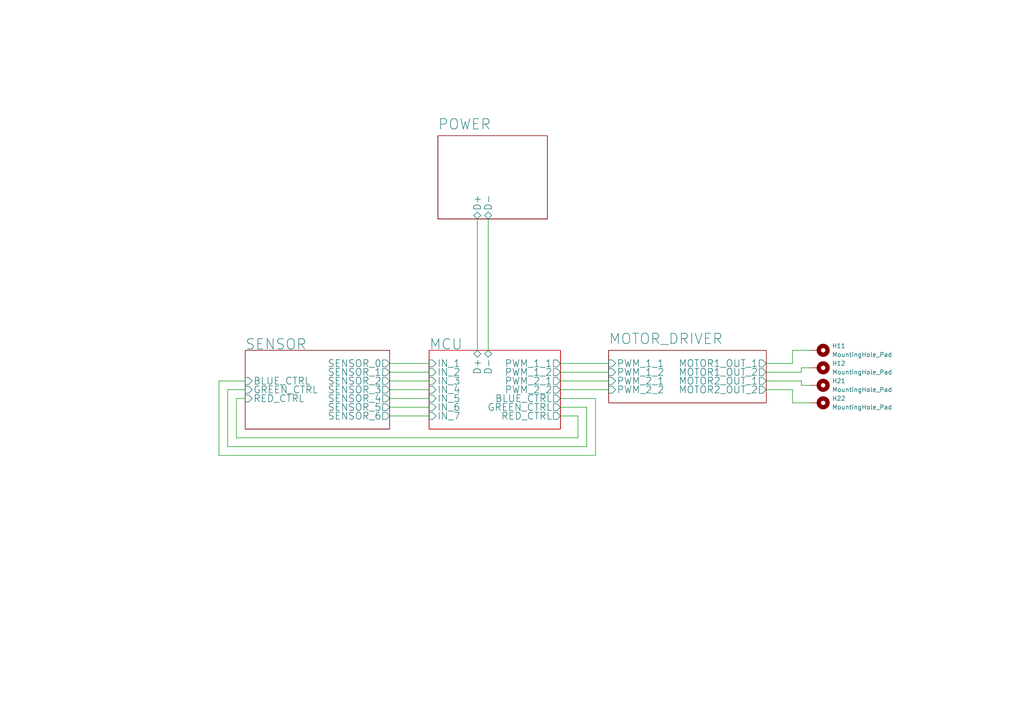
<source format=kicad_sch>
(kicad_sch (version 20230121) (generator eeschema)
  (paper "A4")
  (title_block (title "MARV") (date "2023-12-02") (rev "00"))
  (lib_symbols
    (symbol "Mechanical:MountingHole_Pad" (pin_numbers hide) (pin_names (offset 1.016) hide)
      (property "Reference" "H" (at 0 6.35 0))
      (property "Value" "MountingHole_Pad" (at 0 4.445 0))
      (symbol "MountingHole_Pad_0_1"
        (circle (center 0 1.27) (radius 1.27) (stroke (width 1.27)))
      )
      (symbol "MountingHole_Pad_1_1"
        (pin input line (at 0 -2.54 90) (length 2.54) (name "1") (number "1"))
      )
    )
  )
  (bus_alias "SPI" (members "SPI_CS_n" "SPI_D_SLAVE_HOST_0" "SPI_D_SLAVE_HOST_1" "SPI_D_HOST_SLAVE" "SPI_CLK" ""))
  (wire (pts (xy 113.03 113.03) (xy 124.46 113.03)))
  (wire (pts (xy 63.5 132.08) (xy 63.5 110.49)))
  (wire (pts (xy 222.25 113.03) (xy 229.87 113.03)))
  (wire (pts (xy 113.03 115.57) (xy 124.46 115.57)))
  (wire (pts (xy 170.18 118.11) (xy 162.56 118.11)))
  (wire (pts (xy 162.56 110.49) (xy 176.53 110.49)))
  (wire (pts (xy 162.56 105.41) (xy 176.53 105.41)))
  (wire (pts (xy 222.25 107.95) (xy 232.41 107.95)))
  (wire (pts (xy 138.43 63.5) (xy 138.43 101.6)))
  (wire (pts (xy 229.87 113.03) (xy 229.87 116.84)))
  (wire (pts (xy 232.41 106.68) (xy 234.95 106.68)))
  (wire (pts (xy 113.03 118.11) (xy 124.46 118.11)))
  (wire (pts (xy 167.64 127) (xy 68.58 127)))
  (wire (pts (xy 172.72 115.57) (xy 172.72 132.08)))
  (wire (pts (xy 232.41 107.95) (xy 232.41 106.68)))
  (wire (pts (xy 232.41 110.49) (xy 232.41 111.76)))
  (wire (pts (xy 141.605 63.5) (xy 141.605 101.6)))
  (wire (pts (xy 113.03 110.49) (xy 124.46 110.49)))
  (wire (pts (xy 229.87 116.84) (xy 234.95 116.84)))
  (wire (pts (xy 68.58 127) (xy 68.58 115.57)))
  (wire (pts (xy 71.12 113.03) (xy 66.04 113.03)))
  (wire (pts (xy 162.56 113.03) (xy 176.53 113.03)))
  (wire (pts (xy 229.87 101.6) (xy 234.95 101.6)))
  (wire (pts (xy 68.58 115.57) (xy 71.12 115.57)))
  (wire (pts (xy 113.03 120.65) (xy 124.46 120.65)))
  (wire (pts (xy 113.03 105.41) (xy 124.46 105.41)))
  (wire (pts (xy 167.64 120.65) (xy 162.56 120.65)))
  (wire (pts (xy 229.87 105.41) (xy 222.25 105.41)))
  (wire (pts (xy 232.41 111.76) (xy 234.95 111.76)))
  (wire (pts (xy 66.04 113.03) (xy 66.04 129.54)))
  (wire (pts (xy 229.87 101.6) (xy 229.87 105.41)))
  (wire (pts (xy 172.72 115.57) (xy 162.56 115.57)))
  (wire (pts (xy 113.03 107.95) (xy 124.46 107.95)))
  (wire (pts (xy 66.04 129.54) (xy 170.18 129.54)))
  (wire (pts (xy 222.25 110.49) (xy 232.41 110.49)))
  (wire (pts (xy 63.5 110.49) (xy 71.12 110.49)))
  (wire (pts (xy 162.56 107.95) (xy 176.53 107.95)))
  (wire (pts (xy 172.72 132.08) (xy 63.5 132.08)))
  (wire (pts (xy 170.18 129.54) (xy 170.18 118.11)))
  (wire (pts (xy 167.64 120.65) (xy 167.64 127)))
  (symbol (lib_id "Mechanical:MountingHole_Pad") (at 237.49 106.68 270) (unit 1)
    (property "Reference" "H12" (at 241.3 105.41 90) (effects (justify left)))
    (property "Value" "MountingHole_Pad" (at 241.3 107.95 90) (effects (justify left)))
    (property "Footprint" "CustomMounting:MountingHole_1.5mm_Pad_TopOnly" (effects hide))
  )
  (symbol (lib_id "Mechanical:MountingHole_Pad") (at 237.49 116.84 270) (unit 1)
    (property "Reference" "H22" (at 241.3 115.57 90) (effects (justify left)))
    (property "Value" "MountingHole_Pad" (at 241.3 118.11 90) (effects (justify left)))
    (property "Footprint" "CustomMounting:MountingHole_1.5mm_Pad_TopOnly" (effects hide))
  )
  (symbol (lib_id "Mechanical:MountingHole_Pad") (at 237.49 101.6 270) (unit 1)
    (property "Reference" "H11" (at 241.3 100.33 90) (effects (justify left)))
    (property "Value" "MountingHole_Pad" (at 241.3 102.87 90) (effects (justify left)))
    (property "Footprint" "CustomMounting:MountingHole_1.5mm_Pad_TopOnly" (effects hide))
  )
  (symbol (lib_id "Mechanical:MountingHole_Pad") (at 237.49 111.76 270) (unit 1)
    (property "Reference" "H21" (at 241.3 110.49 90) (effects (justify left)))
    (property "Value" "MountingHole_Pad" (at 241.3 113.03 90) (effects (justify left)))
    (property "Footprint" "CustomMounting:MountingHole_1.5mm_Pad_TopOnly" (effects hide))
  )
  (sheet (at 127 39.37) (size 31.75 24.13) (stroke (width 0.1524))
    (property "Sheetname" "POWER" (at 127 37.7934 0) (effects (font (size 3 3)) (justify left bottom)))
    (property "Sheetfile" "power.kicad_sch" (effects hide))
    (pin "D+" bidirectional (at 138.43 63.5 270) (effects (font (size 2.032 2.032))))
    (pin "D-" bidirectional (at 141.605 63.5 270) (effects (font (size 2.032 2.032))))
  )
  (sheet (at 124.46 101.6) (size 38.1 22.86) (stroke (width 0.1524) (color 194 0 0 1))
    (property "Sheetname" "MCU" (at 124.46 101.6 0) (effects (font (size 3 3)) (justify left bottom)))
    (property "Sheetfile" "mcu.kicad_sch" (effects hide))
    (pin "IN_7" input (at 124.46 120.65 180) (effects (font (size 2.032 2.032))))
    (pin "IN_1" input (at 124.46 105.41 180) (effects (font (size 2.032 2.032))))
    (pin "IN_2" input (at 124.46 107.95 180) (effects (font (size 2.032 2.032))))
    (pin "IN_4" input (at 124.46 113.03 180) (effects (font (size 2.032 2.032))))
    (pin "IN_6" input (at 124.46 118.11 180) (effects (font (size 2.032 2.032))))
    (pin "IN_5" input (at 124.46 115.57 180) (effects (font (size 2.032 2.032))))
    (pin "IN_3" input (at 124.46 110.49 180) (effects (font (size 2.032 2.032))))
    (pin "GREEN_CTRL" output (at 162.56 118.11 0) (effects (font (size 2.032 2.032))))
    (pin "BLUE_CTRL" output (at 162.56 115.57 0) (effects (font (size 2.032 2.032))))
    (pin "RED_CTRL" output (at 162.56 120.65 0) (effects (font (size 2.032 2.032))))
    (pin "PWM_1_2" output (at 162.56 107.95 0) (effects (font (size 2.032 2.032))))
    (pin "PWM_1_1" output (at 162.56 105.41 0) (effects (font (size 2.032 2.032))))
    (pin "PWM_2_2" output (at 162.56 113.03 0) (effects (font (size 2.032 2.032))))
    (pin "PWM_2_1" output (at 162.56 110.49 0) (effects (font (size 2.032 2.032))))
    (pin "D+" bidirectional (at 138.43 101.6 90) (effects (font (size 2.032 2.032))))
    (pin "D-" bidirectional (at 141.605 101.6 90) (effects (font (size 2.032 2.032))))
  )
  (sheet (at 71.12 101.6) (size 41.91 22.86) (stroke (width 0.1524))
    (property "Sheetname" "SENSOR" (at 71.12 101.6 0) (effects (font (size 3 3)) (justify left bottom)))
    (property "Sheetfile" "sensor.kicad_sch" (effects hide))
    (pin "SENSOR_5" output (at 113.03 118.11 0) (effects (font (size 2.032 2.032))))
    (pin "SENSOR_3" output (at 113.03 113.03 0) (effects (font (size 2.032 2.032))))
    (pin "SENSOR_0" output (at 113.03 105.41 0) (effects (font (size 2.032 2.032))))
    (pin "SENSOR_2" output (at 113.03 110.49 0) (effects (font (size 2.032 2.032))))
    (pin "SENSOR_4" output (at 113.03 115.57 0) (effects (font (size 2.032 2.032))))
    (pin "SENSOR_6" output (at 113.03 120.65 0) (effects (font (size 2.032 2.032))))
    (pin "SENSOR_1" output (at 113.03 107.95 0) (effects (font (size 2.032 2.032))))
    (pin "BLUE_CTRL" input (at 71.12 110.49 180) (effects (font (size 2.032 2.032))))
    (pin "GREEN_CTRL" input (at 71.12 113.03 180) (effects (font (size 2.032 2.032))))
    (pin "RED_CTRL" input (at 71.12 115.57 180) (effects (font (size 2.032 2.032))))
  )
  (sheet (at 176.53 101.6) (size 45.72 15.24) (stroke (width 0.1524))
    (property "Sheetname" "MOTOR_DRIVER" (at 176.53 100.0234 0) (effects (font (size 3 3)) (justify left bottom)))
    (property "Sheetfile" "motor.kicad_sch" (effects hide))
    (pin "PWM_2_1" input (at 176.53 110.49 180) (effects (font (size 2.032 2.032))))
    (pin "PWM_2_2" input (at 176.53 113.03 180) (effects (font (size 2.032 2.032))))
    (pin "MOTOR2_OUT_1" output (at 222.25 110.49 0) (effects (font (size 2.032 2.032))))
    (pin "MOTOR2_OUT_2" output (at 222.25 113.03 0) (effects (font (size 2.032 2.032))))
    (pin "MOTOR1_OUT_2" output (at 222.25 107.95 0) (effects (font (size 2.032 2.032))))
    (pin "MOTOR1_OUT_1" output (at 222.25 105.41 0) (effects (font (size 2.032 2.032))))
    (pin "PWM_1_2" input (at 176.53 107.95 180) (effects (font (size 2.032 2.032))))
    (pin "PWM_1_1" input (at 176.53 105.41 180) (effects (font (size 2.032 2.032))))
  )
)
</source>
